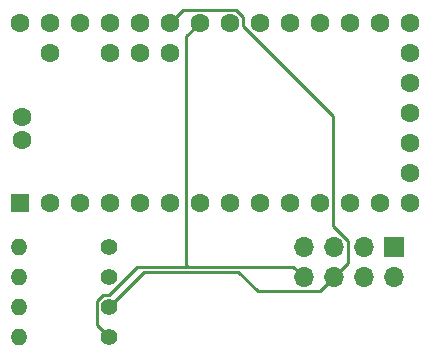
<source format=gbr>
%TF.GenerationSoftware,KiCad,Pcbnew,(5.1.10)-1*%
%TF.CreationDate,2021-05-24T22:46:13-05:00*%
%TF.ProjectId,mario2,6d617269-6f32-42e6-9b69-6361645f7063,rev?*%
%TF.SameCoordinates,Original*%
%TF.FileFunction,Copper,L2,Bot*%
%TF.FilePolarity,Positive*%
%FSLAX46Y46*%
G04 Gerber Fmt 4.6, Leading zero omitted, Abs format (unit mm)*
G04 Created by KiCad (PCBNEW (5.1.10)-1) date 2021-05-24 22:46:13*
%MOMM*%
%LPD*%
G01*
G04 APERTURE LIST*
%TA.AperFunction,ComponentPad*%
%ADD10R,1.700000X1.700000*%
%TD*%
%TA.AperFunction,ComponentPad*%
%ADD11O,1.700000X1.700000*%
%TD*%
%TA.AperFunction,ComponentPad*%
%ADD12C,1.400000*%
%TD*%
%TA.AperFunction,ComponentPad*%
%ADD13O,1.400000X1.400000*%
%TD*%
%TA.AperFunction,ComponentPad*%
%ADD14C,1.600000*%
%TD*%
%TA.AperFunction,ComponentPad*%
%ADD15R,1.600000X1.600000*%
%TD*%
%TA.AperFunction,Conductor*%
%ADD16C,0.250000*%
%TD*%
G04 APERTURE END LIST*
D10*
%TO.P,J2,1*%
%TO.N,/3.3v*%
X118110000Y-81280000D03*
D11*
%TO.P,J2,2*%
%TO.N,/FSR_4*%
X118110000Y-83820000D03*
%TO.P,J2,3*%
%TO.N,/3.3v*%
X115570000Y-81280000D03*
%TO.P,J2,4*%
%TO.N,/FSR_3*%
X115570000Y-83820000D03*
%TO.P,J2,5*%
%TO.N,/3.3v*%
X113030000Y-81280000D03*
%TO.P,J2,6*%
%TO.N,/FSR_2*%
X113030000Y-83820000D03*
%TO.P,J2,7*%
%TO.N,/3.3v*%
X110490000Y-81280000D03*
%TO.P,J2,8*%
%TO.N,/FSR_1*%
X110490000Y-83820000D03*
%TD*%
D12*
%TO.P,R1,1*%
%TO.N,/FSR_4*%
X93980000Y-81280000D03*
D13*
%TO.P,R1,2*%
%TO.N,/GND*%
X86360000Y-81280000D03*
%TD*%
%TO.P,R2,2*%
%TO.N,/GND*%
X86360000Y-83820000D03*
D12*
%TO.P,R2,1*%
%TO.N,/FSR_3*%
X93980000Y-83820000D03*
%TD*%
%TO.P,R3,1*%
%TO.N,/FSR_2*%
X93980000Y-86360000D03*
D13*
%TO.P,R3,2*%
%TO.N,/GND*%
X86360000Y-86360000D03*
%TD*%
%TO.P,R4,2*%
%TO.N,/GND*%
X86360000Y-88900000D03*
D12*
%TO.P,R4,1*%
%TO.N,/FSR_1*%
X93980000Y-88900000D03*
%TD*%
D14*
%TO.P,U1,17*%
%TO.N,Net-(U1-Pad17)*%
X119455001Y-69925001D03*
%TO.P,U1,18*%
%TO.N,Net-(U1-Pad18)*%
X119455001Y-67385001D03*
%TO.P,U1,19*%
%TO.N,Net-(U1-Pad19)*%
X119455001Y-64845001D03*
%TO.P,U1,20*%
%TO.N,Net-(U1-Pad20)*%
X119455001Y-62305001D03*
%TO.P,U1,16*%
%TO.N,Net-(U1-Pad16)*%
X119455001Y-72465001D03*
%TO.P,U1,15*%
%TO.N,Net-(U1-Pad15)*%
X119455001Y-75005001D03*
%TO.P,U1,14*%
%TO.N,Net-(U1-Pad14)*%
X119455001Y-77545001D03*
%TO.P,U1,21*%
%TO.N,Net-(U1-Pad21)*%
X116915001Y-62305001D03*
%TO.P,U1,22*%
%TO.N,Net-(U1-Pad22)*%
X114375001Y-62305001D03*
%TO.P,U1,23*%
%TO.N,Net-(U1-Pad23)*%
X111835001Y-62305001D03*
%TO.P,U1,24*%
%TO.N,Net-(U1-Pad24)*%
X109295001Y-62305001D03*
%TO.P,U1,25*%
%TO.N,Net-(U1-Pad25)*%
X106755001Y-62305001D03*
%TO.P,U1,26*%
%TO.N,Net-(U1-Pad26)*%
X104215001Y-62305001D03*
%TO.P,U1,27*%
%TO.N,/FSR_1*%
X101675001Y-62305001D03*
%TO.P,U1,28*%
%TO.N,/FSR_2*%
X99135001Y-62305001D03*
%TO.P,U1,29*%
%TO.N,/FSR_3*%
X96595001Y-62305001D03*
%TO.P,U1,30*%
%TO.N,/FSR_4*%
X94055001Y-62305001D03*
%TO.P,U1,31*%
%TO.N,/3.3v*%
X91515001Y-62305001D03*
%TO.P,U1,32*%
%TO.N,Net-(U1-Pad32)*%
X88975001Y-62305001D03*
%TO.P,U1,33*%
%TO.N,Net-(U1-Pad33)*%
X86435001Y-62305001D03*
%TO.P,U1,34*%
%TO.N,Net-(U1-Pad34)*%
X88975001Y-64845001D03*
%TO.P,U1,35*%
%TO.N,Net-(U1-Pad35)*%
X94055001Y-64845001D03*
%TO.P,U1,36*%
%TO.N,Net-(U1-Pad36)*%
X96595001Y-64845001D03*
%TO.P,U1,37*%
%TO.N,Net-(U1-Pad37)*%
X99135001Y-64845001D03*
%TO.P,U1,13*%
%TO.N,Net-(U1-Pad13)*%
X116915001Y-77545001D03*
%TO.P,U1,12*%
%TO.N,Net-(U1-Pad12)*%
X114375001Y-77545001D03*
%TO.P,U1,11*%
%TO.N,Net-(U1-Pad11)*%
X111835001Y-77545001D03*
%TO.P,U1,10*%
%TO.N,Net-(U1-Pad10)*%
X109295001Y-77545001D03*
%TO.P,U1,9*%
%TO.N,Net-(U1-Pad9)*%
X106755001Y-77545001D03*
%TO.P,U1,8*%
%TO.N,Net-(U1-Pad8)*%
X104215001Y-77545001D03*
%TO.P,U1,7*%
%TO.N,Net-(U1-Pad7)*%
X101675001Y-77545001D03*
%TO.P,U1,6*%
%TO.N,Net-(U1-Pad6)*%
X99135001Y-77545001D03*
%TO.P,U1,5*%
%TO.N,Net-(U1-Pad5)*%
X96595001Y-77545001D03*
%TO.P,U1,4*%
%TO.N,Net-(U1-Pad4)*%
X94055001Y-77545001D03*
%TO.P,U1,3*%
%TO.N,Net-(U1-Pad3)*%
X91515001Y-77545001D03*
%TO.P,U1,2*%
%TO.N,Net-(U1-Pad2)*%
X88975001Y-77545001D03*
D15*
%TO.P,U1,1*%
%TO.N,/GND*%
X86435001Y-77545001D03*
D14*
%TO.P,U1,40*%
%TO.N,Net-(U1-Pad40)*%
X86612801Y-70229801D03*
%TO.P,U1,39*%
%TO.N,Net-(U1-Pad39)*%
X86612801Y-72211001D03*
%TD*%
D16*
%TO.N,/FSR_1*%
X92954999Y-87874999D02*
X93980000Y-88900000D01*
X92954999Y-85867999D02*
X92954999Y-87874999D01*
X93487999Y-85334999D02*
X92954999Y-85867999D01*
X93982003Y-85334999D02*
X93487999Y-85334999D01*
X96397020Y-82919982D02*
X93982003Y-85334999D01*
X110490000Y-83820000D02*
X109589982Y-82919982D01*
X100550000Y-82770000D02*
X100699982Y-82919982D01*
X100550000Y-63430002D02*
X100550000Y-82770000D01*
X101675001Y-62305001D02*
X100550000Y-63430002D01*
X100699982Y-82919982D02*
X96397020Y-82919982D01*
X109589982Y-82919982D02*
X100699982Y-82919982D01*
%TO.N,/FSR_2*%
X111854999Y-84995001D02*
X106585001Y-84995001D01*
X113030000Y-83820000D02*
X111854999Y-84995001D01*
X96970009Y-83369991D02*
X93980000Y-86360000D01*
X104959991Y-83369991D02*
X96970009Y-83369991D01*
X106585001Y-84995001D02*
X104959991Y-83369991D01*
X113030000Y-83820000D02*
X114205001Y-82644999D01*
X114205001Y-80715999D02*
X112960002Y-79471000D01*
X114205001Y-82644999D02*
X114205001Y-80715999D01*
X112960002Y-79471000D02*
X112960002Y-70175004D01*
X105340002Y-62555004D02*
X105340002Y-61765000D01*
X105340002Y-61765000D02*
X104755002Y-61180000D01*
X104755002Y-61180000D02*
X100260002Y-61180000D01*
X100260002Y-61180000D02*
X99135001Y-62305001D01*
X112960002Y-70175004D02*
X105340002Y-62555004D01*
%TD*%
M02*

</source>
